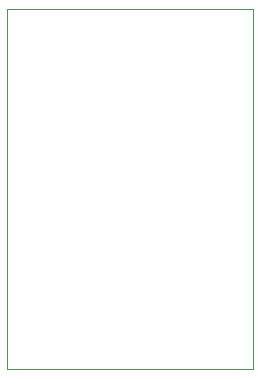
<source format=gm1>
G04 #@! TF.GenerationSoftware,KiCad,Pcbnew,7.0.8*
G04 #@! TF.CreationDate,2023-11-11T23:39:21-08:00*
G04 #@! TF.ProjectId,STM32F042-Mini,53544d33-3246-4303-9432-2d4d696e692e,rev?*
G04 #@! TF.SameCoordinates,Original*
G04 #@! TF.FileFunction,Profile,NP*
%FSLAX46Y46*%
G04 Gerber Fmt 4.6, Leading zero omitted, Abs format (unit mm)*
G04 Created by KiCad (PCBNEW 7.0.8) date 2023-11-11 23:39:21*
%MOMM*%
%LPD*%
G01*
G04 APERTURE LIST*
G04 #@! TA.AperFunction,Profile*
%ADD10C,0.100000*%
G04 #@! TD*
G04 APERTURE END LIST*
D10*
X61960000Y-41275000D02*
X82820000Y-41275000D01*
X82820000Y-71755000D01*
X61960000Y-71755000D01*
X61960000Y-41275000D01*
M02*

</source>
